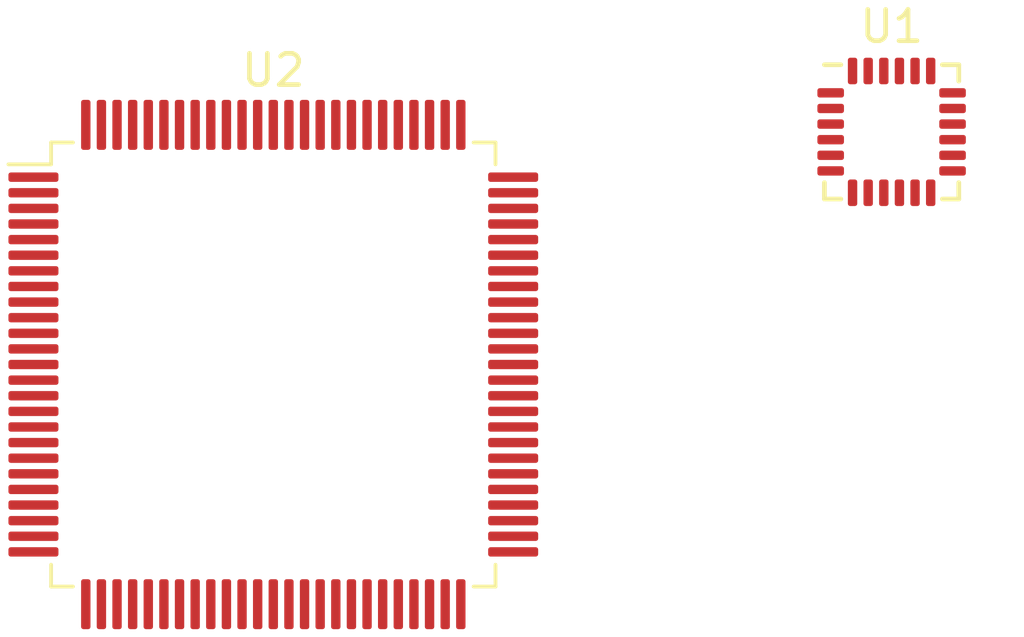
<source format=kicad_pcb>
(kicad_pcb (version 20221018) (generator pcbnew)
  (layers (0 "F.Cu" signal) (31 "B.Cu" signal) (34 "B.Paste" user) (35 "F.Paste" user) (36 "B.SilkS" user "B.Silkscreen") (37 "F.SilkS" user "F.Silkscreen") (38 "B.Mask" user) (39 "F.Mask" user) (44 "Edge.Cuts" user))
  (net 0 "")
  (net 10 "GND")
  (net 12 "Net-(U1-SCL{slash}SCLK)")
  (net 13 "Net-(U1-SDA{slash}MOSI)")
  (net 23 "Net-(U2-VSS-Pad10)")
  (net 25 "Net-(U2-PH0)")
  (net 26 "Net-(U2-PH1)")
  (footprint "Package_QFP:LQFP-100_14x14mm_P0.5mm" (layer "F.Cu") (at 121.865 80.36)
    (fp_text reference "U2" (at 0 -9.42) (layer "F.SilkS"))
    (fp_text value "STM32F427VGTx")
    (fp_line (start -7.11 -7.11) (end -7.11 -6.41) (stroke (width 0.12)) (layer "F.SilkS"))
    (fp_line (start -7.11 -6.41) (end -8.475 -6.41) (stroke (width 0.12)) (layer "F.SilkS"))
    (fp_line (start -7.11 7.11) (end -7.11 6.41) (stroke (width 0.12)) (layer "F.SilkS"))
    (fp_line (start -6.41 -7.11) (end -7.11 -7.11) (stroke (width 0.12)) (layer "F.SilkS"))
    (fp_line (start -6.41 7.11) (end -7.11 7.11) (stroke (width 0.12)) (layer "F.SilkS"))
    (fp_line (start 6.41 -7.11) (end 7.11 -7.11) (stroke (width 0.12)) (layer "F.SilkS"))
    (fp_line (start 6.41 7.11) (end 7.11 7.11) (stroke (width 0.12)) (layer "F.SilkS"))
    (fp_line (start 7.11 -7.11) (end 7.11 -6.41) (stroke (width 0.12)) (layer "F.SilkS"))
    (fp_line (start 7.11 7.11) (end 7.11 6.41) (stroke (width 0.12)) (layer "F.SilkS"))
    (pad "1" smd roundrect (at -7.675 -6) (size 1.6 0.3) (layers "F.Cu" "F.Paste" "F.Mask"))
    (pad "2" smd roundrect (at -7.675 -5.5) (size 1.6 0.3) (layers "F.Cu" "F.Paste" "F.Mask"))
    (pad "3" smd roundrect (at -7.675 -5) (size 1.6 0.3) (layers "F.Cu" "F.Paste" "F.Mask"))
    (pad "4" smd roundrect (at -7.675 -4.5) (size 1.6 0.3) (layers "F.Cu" "F.Paste" "F.Mask"))
    (pad "5" smd roundrect (at -7.675 -4) (size 1.6 0.3) (layers "F.Cu" "F.Paste" "F.Mask"))
    (pad "6" smd roundrect (at -7.675 -3.5) (size 1.6 0.3) (layers "F.Cu" "F.Paste" "F.Mask"))
    (pad "7" smd roundrect (at -7.675 -3) (size 1.6 0.3) (layers "F.Cu" "F.Paste" "F.Mask"))
    (pad "8" smd roundrect (at -7.675 -2.5) (size 1.6 0.3) (layers "F.Cu" "F.Paste" "F.Mask"))
    (pad "9" smd roundrect (at -7.675 -2) (size 1.6 0.3) (layers "F.Cu" "F.Paste" "F.Mask"))
    (pad "10" smd roundrect (at -7.675 -1.5) (size 1.6 0.3) (layers "F.Cu" "F.Paste" "F.Mask") (net 23 "Net-(U2-VSS-Pad10)"))
    (pad "11" smd roundrect (at -7.675 -1) (size 1.6 0.3) (layers "F.Cu" "F.Paste" "F.Mask"))
    (pad "12" smd roundrect (at -7.675 -0.5) (size 1.6 0.3) (layers "F.Cu" "F.Paste" "F.Mask") (net 25 "Net-(U2-PH0)"))
    (pad "13" smd roundrect (at -7.675 0) (size 1.6 0.3) (layers "F.Cu" "F.Paste" "F.Mask") (net 26 "Net-(U2-PH1)"))
    (pad "14" smd roundrect (at -7.675 0.5) (size 1.6 0.3) (layers "F.Cu" "F.Paste" "F.Mask"))
    (pad "15" smd roundrect (at -7.675 1) (size 1.6 0.3) (layers "F.Cu" "F.Paste" "F.Mask"))
    (pad "16" smd roundrect (at -7.675 1.5) (size 1.6 0.3) (layers "F.Cu" "F.Paste" "F.Mask"))
    (pad "17" smd roundrect (at -7.675 2) (size 1.6 0.3) (layers "F.Cu" "F.Paste" "F.Mask"))
    (pad "18" smd roundrect (at -7.675 2.5) (size 1.6 0.3) (layers "F.Cu" "F.Paste" "F.Mask"))
    (pad "19" smd roundrect (at -7.675 3) (size 1.6 0.3) (layers "F.Cu" "F.Paste" "F.Mask"))
    (pad "20" smd roundrect (at -7.675 3.5) (size 1.6 0.3) (layers "F.Cu" "F.Paste" "F.Mask"))
    (pad "21" smd roundrect (at -7.675 4) (size 1.6 0.3) (layers "F.Cu" "F.Paste" "F.Mask"))
    (pad "22" smd roundrect (at -7.675 4.5) (size 1.6 0.3) (layers "F.Cu" "F.Paste" "F.Mask"))
    (pad "23" smd roundrect (at -7.675 5) (size 1.6 0.3) (layers "F.Cu" "F.Paste" "F.Mask"))
    (pad "24" smd roundrect (at -7.675 5.5) (size 1.6 0.3) (layers "F.Cu" "F.Paste" "F.Mask"))
    (pad "25" smd roundrect (at -7.675 6) (size 1.6 0.3) (layers "F.Cu" "F.Paste" "F.Mask"))
    (pad "26" smd roundrect (at -6 7.675) (size 0.3 1.6) (layers "F.Cu" "F.Paste" "F.Mask"))
    (pad "27" smd roundrect (at -5.5 7.675) (size 0.3 1.6) (layers "F.Cu" "F.Paste" "F.Mask") (net 23 "Net-(U2-VSS-Pad10)"))
    (pad "28" smd roundrect (at -5 7.675) (size 0.3 1.6) (layers "F.Cu" "F.Paste" "F.Mask"))
    (pad "29" smd roundrect (at -4.5 7.675) (size 0.3 1.6) (layers "F.Cu" "F.Paste" "F.Mask"))
    (pad "30" smd roundrect (at -4 7.675) (size 0.3 1.6) (layers "F.Cu" "F.Paste" "F.Mask"))
    (pad "31" smd roundrect (at -3.5 7.675) (size 0.3 1.6) (layers "F.Cu" "F.Paste" "F.Mask"))
    (pad "32" smd roundrect (at -3 7.675) (size 0.3 1.6) (layers "F.Cu" "F.Paste" "F.Mask"))
    (pad "33" smd roundrect (at -2.5 7.675) (size 0.3 1.6) (layers "F.Cu" "F.Paste" "F.Mask"))
    (pad "34" smd roundrect (at -2 7.675) (size 0.3 1.6) (layers "F.Cu" "F.Paste" "F.Mask"))
    (pad "35" smd roundrect (at -1.5 7.675) (size 0.3 1.6) (layers "F.Cu" "F.Paste" "F.Mask"))
    (pad "36" smd roundrect (at -1 7.675) (size 0.3 1.6) (layers "F.Cu" "F.Paste" "F.Mask"))
    (pad "37" smd roundrect (at -0.5 7.675) (size 0.3 1.6) (layers "F.Cu" "F.Paste" "F.Mask"))
    (pad "38" smd roundrect (at 0 7.675) (size 0.3 1.6) (layers "F.Cu" "F.Paste" "F.Mask"))
    (pad "39" smd roundrect (at 0.5 7.675) (size 0.3 1.6) (layers "F.Cu" "F.Paste" "F.Mask"))
    (pad "40" smd roundrect (at 1 7.675) (size 0.3 1.6) (layers "F.Cu" "F.Paste" "F.Mask"))
    (pad "41" smd roundrect (at 1.5 7.675) (size 0.3 1.6) (layers "F.Cu" "F.Paste" "F.Mask"))
    (pad "42" smd roundrect (at 2 7.675) (size 0.3 1.6) (layers "F.Cu" "F.Paste" "F.Mask"))
    (pad "43" smd roundrect (at 2.5 7.675) (size 0.3 1.6) (layers "F.Cu" "F.Paste" "F.Mask"))
    (pad "44" smd roundrect (at 3 7.675) (size 0.3 1.6) (layers "F.Cu" "F.Paste" "F.Mask"))
    (pad "45" smd roundrect (at 3.5 7.675) (size 0.3 1.6) (layers "F.Cu" "F.Paste" "F.Mask"))
    (pad "46" smd roundrect (at 4 7.675) (size 0.3 1.6) (layers "F.Cu" "F.Paste" "F.Mask"))
    (pad "47" smd roundrect (at 4.5 7.675) (size 0.3 1.6) (layers "F.Cu" "F.Paste" "F.Mask"))
    (pad "48" smd roundrect (at 5 7.675) (size 0.3 1.6) (layers "F.Cu" "F.Paste" "F.Mask"))
    (pad "49" smd roundrect (at 5.5 7.675) (size 0.3 1.6) (layers "F.Cu" "F.Paste" "F.Mask"))
    (pad "50" smd roundrect (at 6 7.675) (size 0.3 1.6) (layers "F.Cu" "F.Paste" "F.Mask"))
    (pad "51" smd roundrect (at 7.675 6) (size 1.6 0.3) (layers "F.Cu" "F.Paste" "F.Mask"))
    (pad "52" smd roundrect (at 7.675 5.5) (size 1.6 0.3) (layers "F.Cu" "F.Paste" "F.Mask"))
    (pad "53" smd roundrect (at 7.675 5) (size 1.6 0.3) (layers "F.Cu" "F.Paste" "F.Mask"))
    (pad "54" smd roundrect (at 7.675 4.5) (size 1.6 0.3) (layers "F.Cu" "F.Paste" "F.Mask"))
    (pad "55" smd roundrect (at 7.675 4) (size 1.6 0.3) (layers "F.Cu" "F.Paste" "F.Mask"))
    (pad "56" smd roundrect (at 7.675 3.5) (size 1.6 0.3) (layers "F.Cu" "F.Paste" "F.Mask"))
    (pad "57" smd roundrect (at 7.675 3) (size 1.6 0.3) (layers "F.Cu" "F.Paste" "F.Mask"))
    (pad "58" smd roundrect (at 7.675 2.5) (size 1.6 0.3) (layers "F.Cu" "F.Paste" "F.Mask"))
    (pad "59" smd roundrect (at 7.675 2) (size 1.6 0.3) (layers "F.Cu" "F.Paste" "F.Mask"))
    (pad "60" smd roundrect (at 7.675 1.5) (size 1.6 0.3) (layers "F.Cu" "F.Paste" "F.Mask"))
    (pad "61" smd roundrect (at 7.675 1) (size 1.6 0.3) (layers "F.Cu" "F.Paste" "F.Mask"))
    (pad "62" smd roundrect (at 7.675 0.5) (size 1.6 0.3) (layers "F.Cu" "F.Paste" "F.Mask"))
    (pad "63" smd roundrect (at 7.675 0) (size 1.6 0.3) (layers "F.Cu" "F.Paste" "F.Mask"))
    (pad "64" smd roundrect (at 7.675 -0.5) (size 1.6 0.3) (layers "F.Cu" "F.Paste" "F.Mask"))
    (pad "65" smd roundrect (at 7.675 -1) (size 1.6 0.3) (layers "F.Cu" "F.Paste" "F.Mask"))
    (pad "66" smd roundrect (at 7.675 -1.5) (size 1.6 0.3) (layers "F.Cu" "F.Paste" "F.Mask"))
    (pad "67" smd roundrect (at 7.675 -2) (size 1.6 0.3) (layers "F.Cu" "F.Paste" "F.Mask"))
    (pad "68" smd roundrect (at 7.675 -2.5) (size 1.6 0.3) (layers "F.Cu" "F.Paste" "F.Mask"))
    (pad "69" smd roundrect (at 7.675 -3) (size 1.6 0.3) (layers "F.Cu" "F.Paste" "F.Mask"))
    (pad "70" smd roundrect (at 7.675 -3.5) (size 1.6 0.3) (layers "F.Cu" "F.Paste" "F.Mask"))
    (pad "71" smd roundrect (at 7.675 -4) (size 1.6 0.3) (layers "F.Cu" "F.Paste" "F.Mask"))
    (pad "72" smd roundrect (at 7.675 -4.5) (size 1.6 0.3) (layers "F.Cu" "F.Paste" "F.Mask"))
    (pad "73" smd roundrect (at 7.675 -5) (size 1.6 0.3) (layers "F.Cu" "F.Paste" "F.Mask"))
    (pad "74" smd roundrect (at 7.675 -5.5) (size 1.6 0.3) (layers "F.Cu" "F.Paste" "F.Mask") (net 23 "Net-(U2-VSS-Pad10)"))
    (pad "75" smd roundrect (at 7.675 -6) (size 1.6 0.3) (layers "F.Cu" "F.Paste" "F.Mask"))
    (pad "76" smd roundrect (at 6 -7.675) (size 0.3 1.6) (layers "F.Cu" "F.Paste" "F.Mask"))
    (pad "77" smd roundrect (at 5.5 -7.675) (size 0.3 1.6) (layers "F.Cu" "F.Paste" "F.Mask"))
    (pad "78" smd roundrect (at 5 -7.675) (size 0.3 1.6) (layers "F.Cu" "F.Paste" "F.Mask"))
    (pad "79" smd roundrect (at 4.5 -7.675) (size 0.3 1.6) (layers "F.Cu" "F.Paste" "F.Mask"))
    (pad "80" smd roundrect (at 4 -7.675) (size 0.3 1.6) (layers "F.Cu" "F.Paste" "F.Mask"))
    (pad "81" smd roundrect (at 3.5 -7.675) (size 0.3 1.6) (layers "F.Cu" "F.Paste" "F.Mask"))
    (pad "82" smd roundrect (at 3 -7.675) (size 0.3 1.6) (layers "F.Cu" "F.Paste" "F.Mask"))
    (pad "83" smd roundrect (at 2.5 -7.675) (size 0.3 1.6) (layers "F.Cu" "F.Paste" "F.Mask"))
    (pad "84" smd roundrect (at 2 -7.675) (size 0.3 1.6) (layers "F.Cu" "F.Paste" "F.Mask"))
    (pad "85" smd roundrect (at 1.5 -7.675) (size 0.3 1.6) (layers "F.Cu" "F.Paste" "F.Mask"))
    (pad "86" smd roundrect (at 1 -7.675) (size 0.3 1.6) (layers "F.Cu" "F.Paste" "F.Mask"))
    (pad "87" smd roundrect (at 0.5 -7.675) (size 0.3 1.6) (layers "F.Cu" "F.Paste" "F.Mask"))
    (pad "88" smd roundrect (at 0 -7.675) (size 0.3 1.6) (layers "F.Cu" "F.Paste" "F.Mask"))
    (pad "89" smd roundrect (at -0.5 -7.675) (size 0.3 1.6) (layers "F.Cu" "F.Paste" "F.Mask"))
    (pad "90" smd roundrect (at -1 -7.675) (size 0.3 1.6) (layers "F.Cu" "F.Paste" "F.Mask"))
    (pad "91" smd roundrect (at -1.5 -7.675) (size 0.3 1.6) (layers "F.Cu" "F.Paste" "F.Mask"))
    (pad "92" smd roundrect (at -2 -7.675) (size 0.3 1.6) (layers "F.Cu" "F.Paste" "F.Mask") (net 12 "Net-(U1-SCL{slash}SCLK)"))
    (pad "93" smd roundrect (at -2.5 -7.675) (size 0.3 1.6) (layers "F.Cu" "F.Paste" "F.Mask") (net 13 "Net-(U1-SDA{slash}MOSI)"))
    (pad "94" smd roundrect (at -3 -7.675) (size 0.3 1.6) (layers "F.Cu" "F.Paste" "F.Mask"))
    (pad "95" smd roundrect (at -3.5 -7.675) (size 0.3 1.6) (layers "F.Cu" "F.Paste" "F.Mask"))
    (pad "96" smd roundrect (at -4 -7.675) (size 0.3 1.6) (layers "F.Cu" "F.Paste" "F.Mask"))
    (pad "97" smd roundrect (at -4.5 -7.675) (size 0.3 1.6) (layers "F.Cu" "F.Paste" "F.Mask"))
    (pad "98" smd roundrect (at -5 -7.675) (size 0.3 1.6) (layers "F.Cu" "F.Paste" "F.Mask"))
    (pad "99" smd roundrect (at -5.5 -7.675) (size 0.3 1.6) (layers "F.Cu" "F.Paste" "F.Mask") (net 23 "Net-(U2-VSS-Pad10)"))
    (pad "100" smd roundrect (at -6 -7.675) (size 0.3 1.6) (layers "F.Cu" "F.Paste" "F.Mask"))
  )
  (footprint "Sensor_Motion:InvenSense_QFN-24_4x4mm_P0.5mm" (layer "F.Cu") (at 141.65 72.91)
    (fp_text reference "U1" (at 0 -3.375) (layer "F.SilkS"))
    (fp_text value "MPU-6000")
    (fp_line (start -2.15 -2.15) (end -1.625 -2.15) (stroke (width 0.15)) (layer "F.SilkS"))
    (fp_line (start -2.15 2.15) (end -2.15 1.625) (stroke (width 0.15)) (layer "F.SilkS"))
    (fp_line (start -2.15 2.15) (end -1.625 2.15) (stroke (width 0.15)) (layer "F.SilkS"))
    (fp_line (start 2.15 -2.15) (end 1.625 -2.15) (stroke (width 0.15)) (layer "F.SilkS"))
    (fp_line (start 2.15 -2.15) (end 2.15 -1.625) (stroke (width 0.15)) (layer "F.SilkS"))
    (fp_line (start 2.15 2.15) (end 1.625 2.15) (stroke (width 0.15)) (layer "F.SilkS"))
    (fp_line (start 2.15 2.15) (end 2.15 1.625) (stroke (width 0.15)) (layer "F.SilkS"))
    (pad "1" smd roundrect (at -1.95 -1.25) (size 0.85 0.3) (layers "F.Cu" "F.Paste" "F.Mask"))
    (pad "2" smd roundrect (at -1.95 -0.75) (size 0.85 0.3) (layers "F.Cu" "F.Paste" "F.Mask"))
    (pad "3" smd roundrect (at -1.95 -0.25) (size 0.85 0.3) (layers "F.Cu" "F.Paste" "F.Mask"))
    (pad "4" smd roundrect (at -1.95 0.25) (size 0.85 0.3) (layers "F.Cu" "F.Paste" "F.Mask"))
    (pad "5" smd roundrect (at -1.95 0.75) (size 0.85 0.3) (layers "F.Cu" "F.Paste" "F.Mask"))
    (pad "6" smd roundrect (at -1.95 1.25) (size 0.85 0.3) (layers "F.Cu" "F.Paste" "F.Mask"))
    (pad "7" smd roundrect (at -1.25 1.95 90) (size 0.85 0.3) (layers "F.Cu" "F.Paste" "F.Mask"))
    (pad "8" smd roundrect (at -0.75 1.95 90) (size 0.85 0.3) (layers "F.Cu" "F.Paste" "F.Mask"))
    (pad "9" smd roundrect (at -0.25 1.95 90) (size 0.85 0.3) (layers "F.Cu" "F.Paste" "F.Mask"))
    (pad "10" smd roundrect (at 0.25 1.95 90) (size 0.85 0.3) (layers "F.Cu" "F.Paste" "F.Mask"))
    (pad "11" smd roundrect (at 0.75 1.95 90) (size 0.85 0.3) (layers "F.Cu" "F.Paste" "F.Mask"))
    (pad "12" smd roundrect (at 1.25 1.95 90) (size 0.85 0.3) (layers "F.Cu" "F.Paste" "F.Mask"))
    (pad "13" smd roundrect (at 1.95 1.25) (size 0.85 0.3) (layers "F.Cu" "F.Paste" "F.Mask"))
    (pad "14" smd roundrect (at 1.95 0.75) (size 0.85 0.3) (layers "F.Cu" "F.Paste" "F.Mask"))
    (pad "15" smd roundrect (at 1.95 0.25) (size 0.85 0.3) (layers "F.Cu" "F.Paste" "F.Mask"))
    (pad "16" smd roundrect (at 1.95 -0.25) (size 0.85 0.3) (layers "F.Cu" "F.Paste" "F.Mask"))
    (pad "17" smd roundrect (at 1.95 -0.75) (size 0.85 0.3) (layers "F.Cu" "F.Paste" "F.Mask"))
    (pad "18" smd roundrect (at 1.95 -1.25) (size 0.85 0.3) (layers "F.Cu" "F.Paste" "F.Mask") (net 10 "GND"))
    (pad "19" smd roundrect (at 1.25 -1.95 90) (size 0.85 0.3) (layers "F.Cu" "F.Paste" "F.Mask"))
    (pad "20" smd roundrect (at 0.75 -1.95 90) (size 0.85 0.3) (layers "F.Cu" "F.Paste" "F.Mask"))
    (pad "21" smd roundrect (at 0.25 -1.95 90) (size 0.85 0.3) (layers "F.Cu" "F.Paste" "F.Mask"))
    (pad "22" smd roundrect (at -0.25 -1.95 90) (size 0.85 0.3) (layers "F.Cu" "F.Paste" "F.Mask"))
    (pad "23" smd roundrect (at -0.75 -1.95 90) (size 0.85 0.3) (layers "F.Cu" "F.Paste" "F.Mask") (net 12 "Net-(U1-SCL{slash}SCLK)"))
    (pad "24" smd roundrect (at -1.25 -1.95 90) (size 0.85 0.3) (layers "F.Cu" "F.Paste" "F.Mask") (net 13 "Net-(U1-SDA{slash}MOSI)"))
  )
)
</source>
